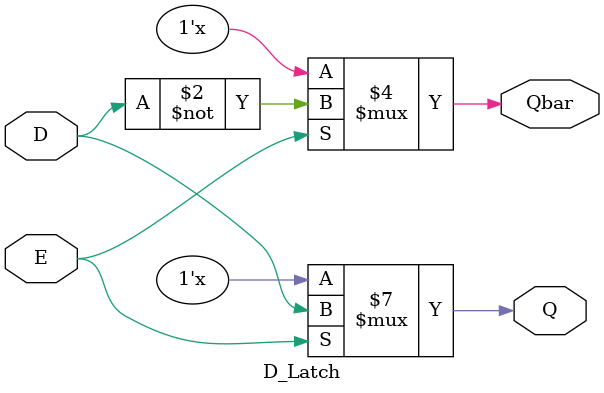
<source format=v>
`timescale 1ns / 1ps

module D_Latch(D,E,Q,Qbar);
input D,E;
output reg Q,Qbar;

always@(*)
begin
    if(E) begin
    Q = D;
    Qbar = ~D;
    end
end
endmodule

</source>
